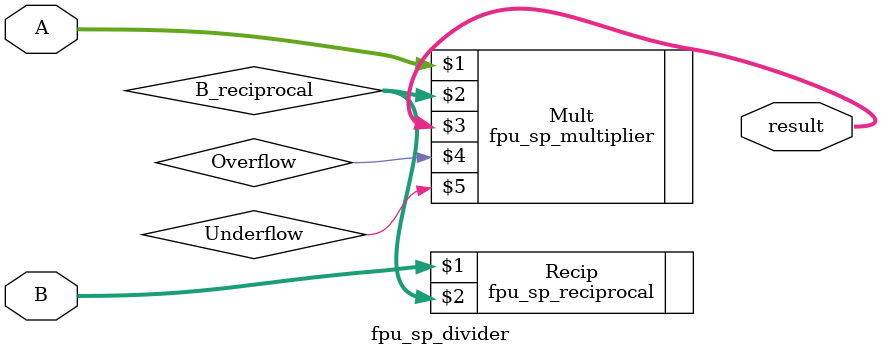
<source format=v>
module fpu_sp_divider #(parameter WIDTH=32) (input [WIDTH-1:0] A,input [WIDTH-1:0] B, output [WIDTH-1:0] result);

	// A/B = A * 1/B
	wire [WIDTH-1:0] B_reciprocal;
	wire Overflow;
	wire Underflow;

	fpu_sp_reciprocal Recip(B, B_reciprocal);

	fpu_sp_multiplier Mult(A, B_reciprocal, result, Overflow, Underflow);
	

endmodule
</source>
